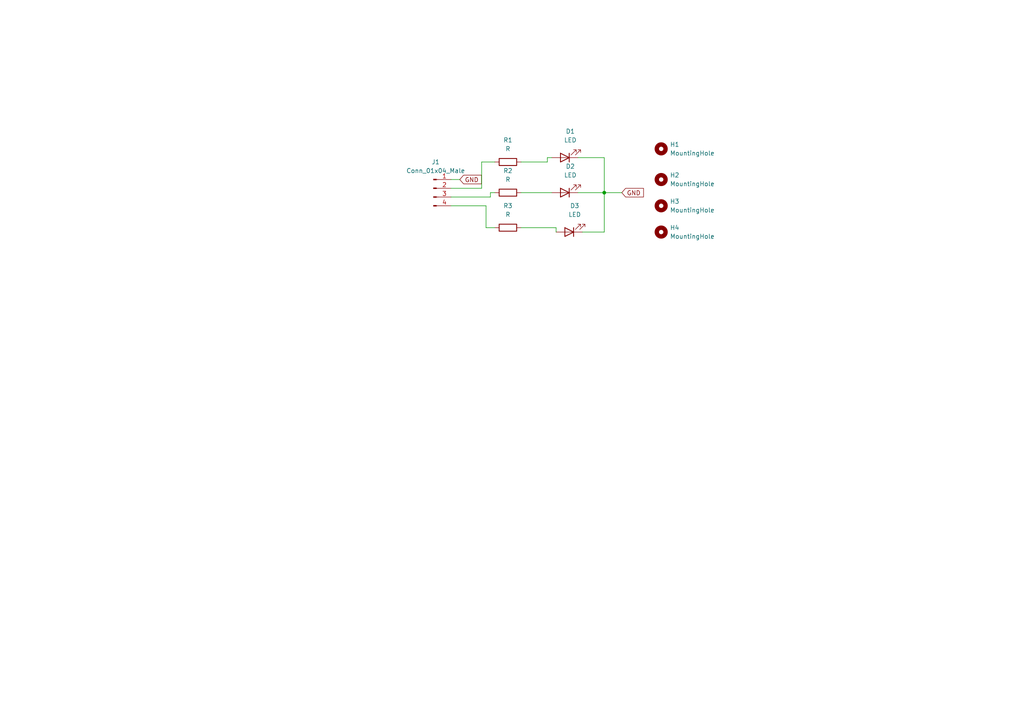
<source format=kicad_sch>
(kicad_sch (version 20211123) (generator eeschema)
  (paper "A4")
  (lib_symbols
    (symbol "Connector:Conn_01x04_Male" (pin_names (offset 1.016) hide)
      (property "Reference" "J" (at 0 5.08 0))
      (property "Value" "Conn_01x04_Male" (at 0 -7.62 0))
      (symbol "Conn_01x04_Male_1_1"
        (polyline (pts (xy 1.27 -5.08) (xy 0.8636 -5.08)) (stroke (width 0.1524)))
        (polyline (pts (xy 1.27 -2.54) (xy 0.8636 -2.54)) (stroke (width 0.1524)))
        (polyline (pts (xy 1.27 0) (xy 0.8636 0)) (stroke (width 0.1524)))
        (polyline (pts (xy 1.27 2.54) (xy 0.8636 2.54)) (stroke (width 0.1524)))
        (rectangle (start 0.8636 -4.953) (end 0 -5.207) (stroke (width 0.1524)) (fill (type outline)))
        (rectangle (start 0.8636 -2.413) (end 0 -2.667) (stroke (width 0.1524)) (fill (type outline)))
        (rectangle (start 0.8636 0.127) (end 0 -0.127) (stroke (width 0.1524)) (fill (type outline)))
        (rectangle (start 0.8636 2.667) (end 0 2.413) (stroke (width 0.1524)) (fill (type outline)))
        (pin passive line (at 5.08 2.54 180) (length 3.81) (name "Pin_1") (number "1"))
        (pin passive line (at 5.08 0 180) (length 3.81) (name "Pin_2") (number "2"))
        (pin passive line (at 5.08 -2.54 180) (length 3.81) (name "Pin_3") (number "3"))
        (pin passive line (at 5.08 -5.08 180) (length 3.81) (name "Pin_4") (number "4"))
      )
    )
    (symbol "Device:LED" (pin_numbers hide) (pin_names (offset 1.016) hide)
      (property "Reference" "D" (at 0 2.54 0))
      (property "Value" "LED" (at 0 -2.54 0))
      (symbol "LED_0_1"
        (polyline (pts (xy -1.27 -1.27) (xy -1.27 1.27)) (stroke (width 0.254)))
        (polyline (pts (xy -1.27 0) (xy 1.27 0)))
        (polyline (pts (xy 1.27 -1.27) (xy 1.27 1.27) (xy -1.27 0) (xy 1.27 -1.27)) (stroke (width 0.254)))
        (polyline (pts (xy -3.048 -0.762) (xy -4.572 -2.286) (xy -3.81 -2.286) (xy -4.572 -2.286) (xy -4.572 -1.524)))
        (polyline (pts (xy -1.778 -0.762) (xy -3.302 -2.286) (xy -2.54 -2.286) (xy -3.302 -2.286) (xy -3.302 -1.524)))
      )
      (symbol "LED_1_1"
        (pin passive line (at -3.81 0 0) (length 2.54) (name "K") (number "1"))
        (pin passive line (at 3.81 0 180) (length 2.54) (name "A") (number "2"))
      )
    )
    (symbol "Device:R" (pin_numbers hide) (pin_names (offset 0))
      (property "Reference" "R" (at 2.032 0 90))
      (property "Value" "R" (at 0 0 90))
      (symbol "R_0_1"
        (rectangle (start -1.016 -2.54) (end 1.016 2.54) (stroke (width 0.254)))
      )
      (symbol "R_1_1"
        (pin passive line (at 0 3.81 270) (length 1.27) (name "~") (number "1"))
        (pin passive line (at 0 -3.81 90) (length 1.27) (name "~") (number "2"))
      )
    )
    (symbol "Mechanical:MountingHole" (pin_names (offset 1.016))
      (property "Reference" "H" (at 0 5.08 0))
      (property "Value" "MountingHole" (at 0 3.175 0))
      (symbol "MountingHole_0_1"
        (circle (center 0 0) (radius 1.27) (stroke (width 1.27)))
      )
    )
  )
  (junction (at 175.26 55.88))
  (wire (pts (xy 167.64 45.72) (xy 175.26 45.72)))
  (wire (pts (xy 175.26 55.88) (xy 167.64 55.88)))
  (wire (pts (xy 151.13 46.99) (xy 158.75 46.99)))
  (wire (pts (xy 175.26 45.72) (xy 175.26 55.88)))
  (wire (pts (xy 151.13 66.04) (xy 161.29 66.04)))
  (wire (pts (xy 140.97 66.04) (xy 143.51 66.04)))
  (wire (pts (xy 142.24 55.88) (xy 143.51 55.88)))
  (wire (pts (xy 168.91 67.31) (xy 175.26 67.31)))
  (wire (pts (xy 140.97 59.69) (xy 140.97 66.04)))
  (wire (pts (xy 175.26 67.31) (xy 175.26 55.88)))
  (wire (pts (xy 130.81 54.61) (xy 139.7 54.61)))
  (wire (pts (xy 130.81 59.69) (xy 140.97 59.69)))
  (wire (pts (xy 139.7 46.99) (xy 143.51 46.99)))
  (wire (pts (xy 130.81 52.07) (xy 133.35 52.07)))
  (wire (pts (xy 130.81 57.15) (xy 142.24 57.15)))
  (wire (pts (xy 158.75 46.99) (xy 158.75 45.72)))
  (wire (pts (xy 151.13 55.88) (xy 160.02 55.88)))
  (wire (pts (xy 158.75 45.72) (xy 160.02 45.72)))
  (wire (pts (xy 142.24 57.15) (xy 142.24 55.88)))
  (wire (pts (xy 161.29 66.04) (xy 161.29 67.31)))
  (wire (pts (xy 175.26 55.88) (xy 180.34 55.88)))
  (wire (pts (xy 139.7 54.61) (xy 139.7 46.99)))
  (global_label "GND" (shape input) (at 133.35 52.07 0) (property "Intersheet References" "${INTERSHEET_REFS}" (effects hide)))
  (global_label "GND" (shape input) (at 180.34 55.88 0) (property "Intersheet References" "${INTERSHEET_REFS}" (effects hide)))
  (symbol (lib_id "Device:R") (at 147.32 66.04 90) (unit 1)
    (property "Reference" "R3" (at 147.32 59.69 90))
    (property "Value" "R" (at 147.32 62.23 90))
    (property "Footprint" "Resistor_THT:R_Axial_DIN0411_L9.9mm_D3.6mm_P15.24mm_Horizontal" (effects hide))
  )
  (symbol (lib_id "Device:LED") (at 163.83 55.88 180) (unit 1)
    (property "Reference" "D2" (at 165.4175 48.26 0))
    (property "Value" "LED" (at 165.4175 50.8 0))
    (property "Footprint" "LED_THT:LED_D3.0mm" (effects hide))
  )
  (symbol (lib_id "Connector:Conn_01x04_Male") (at 125.73 54.61 0) (unit 1)
    (property "Reference" "J1" (at 126.365 46.99 0))
    (property "Value" "Conn_01x04_Male" (at 126.365 49.53 0))
    (property "Footprint" "Connector_PinHeader_2.54mm:PinHeader_1x04_P2.54mm_Horizontal" (effects hide))
  )
  (symbol (lib_id "Mechanical:MountingHole") (at 191.77 43.18 0) (unit 1)
    (property "Reference" "H1" (at 194.31 41.9099 0) (effects (justify left)))
    (property "Value" "MountingHole" (at 194.31 44.4499 0) (effects (justify left)))
    (property "Footprint" "MountingHole:MountingHole_2.5mm" (effects hide))
  )
  (symbol (lib_id "Device:R") (at 147.32 55.88 90) (unit 1)
    (property "Reference" "R2" (at 147.32 49.53 90))
    (property "Value" "R" (at 147.32 52.07 90))
    (property "Footprint" "Resistor_THT:R_Axial_DIN0411_L9.9mm_D3.6mm_P15.24mm_Horizontal" (effects hide))
  )
  (symbol (lib_id "Device:R") (at 147.32 46.99 270) (unit 1)
    (property "Reference" "R1" (at 147.32 40.64 90))
    (property "Value" "R" (at 147.32 43.18 90))
    (property "Footprint" "Resistor_THT:R_Axial_DIN0411_L9.9mm_D3.6mm_P15.24mm_Horizontal" (effects hide))
  )
  (symbol (lib_id "Device:LED") (at 165.1 67.31 180) (unit 1)
    (property "Reference" "D3" (at 166.6875 59.69 0))
    (property "Value" "LED" (at 166.6875 62.23 0))
    (property "Footprint" "LED_THT:LED_D3.0mm" (effects hide))
  )
  (symbol (lib_id "Mechanical:MountingHole") (at 191.77 52.07 0) (unit 1)
    (property "Reference" "H2" (at 194.31 50.7999 0) (effects (justify left)))
    (property "Value" "MountingHole" (at 194.31 53.3399 0) (effects (justify left)))
    (property "Footprint" "MountingHole:MountingHole_2.5mm" (effects hide))
  )
  (symbol (lib_id "Mechanical:MountingHole") (at 191.77 67.31 0) (unit 1)
    (property "Reference" "H4" (at 194.31 66.0399 0) (effects (justify left)))
    (property "Value" "MountingHole" (at 194.31 68.5799 0) (effects (justify left)))
    (property "Footprint" "MountingHole:MountingHole_2.5mm" (effects hide))
  )
  (symbol (lib_id "Mechanical:MountingHole") (at 191.77 59.69 0) (unit 1)
    (property "Reference" "H3" (at 194.31 58.4199 0) (effects (justify left)))
    (property "Value" "MountingHole" (at 194.31 60.9599 0) (effects (justify left)))
    (property "Footprint" "MountingHole:MountingHole_2.5mm" (effects hide))
  )
  (symbol (lib_id "Device:LED") (at 163.83 45.72 180) (unit 1)
    (property "Reference" "D1" (at 165.4175 38.1 0))
    (property "Value" "LED" (at 165.4175 40.64 0))
    (property "Footprint" "LED_THT:LED_D3.0mm" (effects hide))
  )
)
</source>
